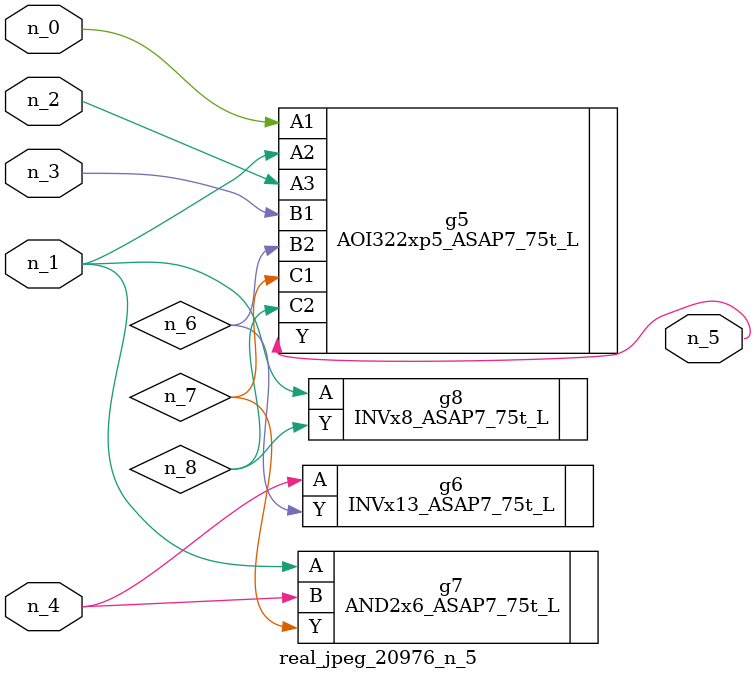
<source format=v>
module real_jpeg_20976_n_5 (n_4, n_0, n_1, n_2, n_3, n_5);

input n_4;
input n_0;
input n_1;
input n_2;
input n_3;

output n_5;

wire n_8;
wire n_6;
wire n_7;

AOI322xp5_ASAP7_75t_L g5 ( 
.A1(n_0),
.A2(n_1),
.A3(n_2),
.B1(n_3),
.B2(n_6),
.C1(n_7),
.C2(n_8),
.Y(n_5)
);

AND2x6_ASAP7_75t_L g7 ( 
.A(n_1),
.B(n_4),
.Y(n_7)
);

INVx8_ASAP7_75t_L g8 ( 
.A(n_1),
.Y(n_8)
);

INVx13_ASAP7_75t_L g6 ( 
.A(n_4),
.Y(n_6)
);


endmodule
</source>
